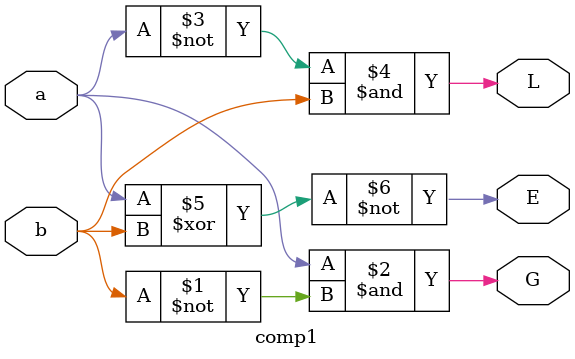
<source format=v>
`timescale 1ns / 1ps
module comp1(E, G, L, a, b);
    output E;
    output G;
    output L;
    input a;
    input b;
	 
	 assign G= a & ~b;
	 assign L= ~a & b;
	 assign E= ~( a ^ b);
	 


endmodule

</source>
